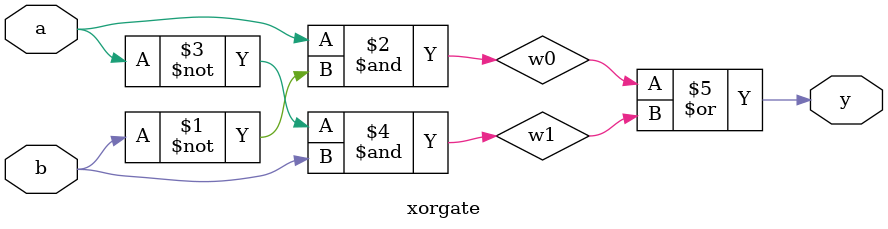
<source format=v>
module xorgate (a, b, y);
    input a, b;
    output y;

	wire w0, w1;

    assign w0 = a & ~b;
	assign w1 = ~a & b;
	assign y = w0 | w1;
endmodule

</source>
